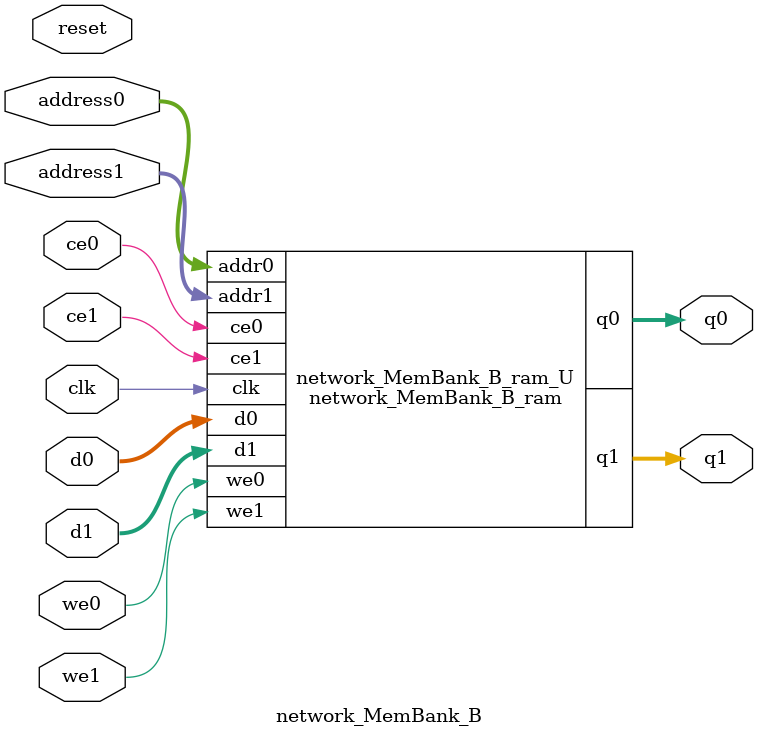
<source format=v>
`timescale 1 ns / 1 ps
module network_MemBank_B_ram (addr0, ce0, d0, we0, q0, addr1, ce1, d1, we1, q1,  clk);

parameter DWIDTH = 16;
parameter AWIDTH = 14;
parameter MEM_SIZE = 14400;

input[AWIDTH-1:0] addr0;
input ce0;
input[DWIDTH-1:0] d0;
input we0;
output reg[DWIDTH-1:0] q0;
input[AWIDTH-1:0] addr1;
input ce1;
input[DWIDTH-1:0] d1;
input we1;
output reg[DWIDTH-1:0] q1;
input clk;

(* ram_style = "block" *)reg [DWIDTH-1:0] ram[0:MEM_SIZE-1];




always @(posedge clk)  
begin 
    if (ce0) 
    begin
        if (we0) 
        begin 
            ram[addr0] <= d0; 
        end 
        q0 <= ram[addr0];
    end
end


always @(posedge clk)  
begin 
    if (ce1) 
    begin
        if (we1) 
        begin 
            ram[addr1] <= d1; 
        end 
        q1 <= ram[addr1];
    end
end


endmodule

`timescale 1 ns / 1 ps
module network_MemBank_B(
    reset,
    clk,
    address0,
    ce0,
    we0,
    d0,
    q0,
    address1,
    ce1,
    we1,
    d1,
    q1);

parameter DataWidth = 32'd16;
parameter AddressRange = 32'd14400;
parameter AddressWidth = 32'd14;
input reset;
input clk;
input[AddressWidth - 1:0] address0;
input ce0;
input we0;
input[DataWidth - 1:0] d0;
output[DataWidth - 1:0] q0;
input[AddressWidth - 1:0] address1;
input ce1;
input we1;
input[DataWidth - 1:0] d1;
output[DataWidth - 1:0] q1;



network_MemBank_B_ram network_MemBank_B_ram_U(
    .clk( clk ),
    .addr0( address0 ),
    .ce0( ce0 ),
    .we0( we0 ),
    .d0( d0 ),
    .q0( q0 ),
    .addr1( address1 ),
    .ce1( ce1 ),
    .we1( we1 ),
    .d1( d1 ),
    .q1( q1 ));

endmodule


</source>
